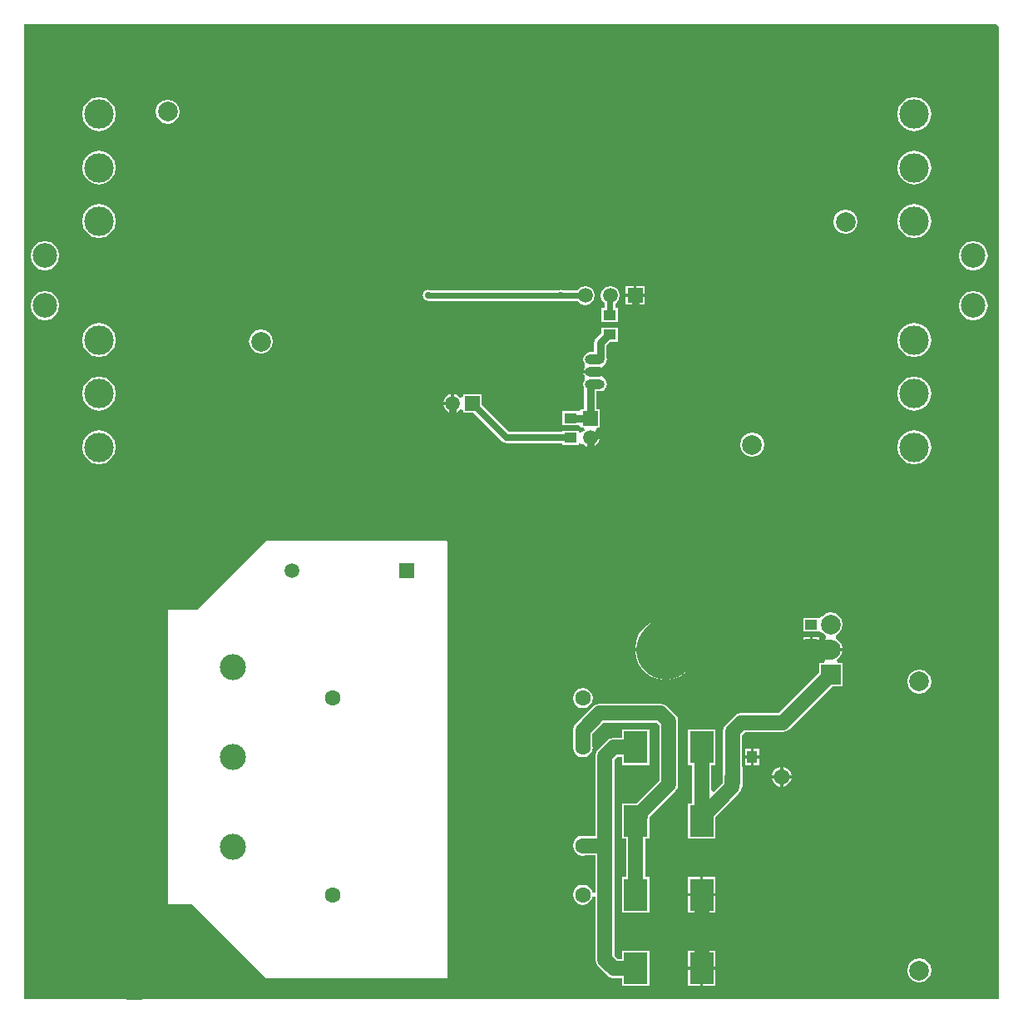
<source format=gbl>
G04*
G04 #@! TF.GenerationSoftware,Altium Limited,Altium Designer,20.0.10 (225)*
G04*
G04 Layer_Physical_Order=2*
G04 Layer_Color=11367680*
%FSLAX44Y44*%
%MOMM*%
G71*
G01*
G75*
%ADD26C,5.7500*%
%ADD32R,1.2500X1.0000*%
%ADD33R,1.0000X1.2500*%
%ADD35C,6.0000*%
%ADD36C,0.8000*%
%ADD38C,0.6000*%
%ADD41C,1.5000*%
%ADD42C,1.6000*%
%ADD43C,1.5000*%
%ADD44R,1.5000X1.5000*%
%ADD45R,1.5000X1.5000*%
%ADD46O,2.0000X1.0000*%
%ADD47O,2.0000X1.0000*%
%ADD48C,2.0000*%
%ADD49R,1.6000X1.6000*%
%ADD50C,5.6000*%
%ADD51C,2.6500*%
%ADD52C,2.5000*%
%ADD53C,3.0000*%
%ADD54R,2.0000X2.0000*%
%ADD55C,0.7000*%
%ADD56R,2.4500X3.2000*%
%ADD57C,2.0000*%
%ADD58C,0.7000*%
G36*
X995941Y993331D02*
Y4059D01*
X4059D01*
Y995941D01*
X992941Y995941D01*
X995941Y993331D01*
D02*
G37*
%LPC*%
G36*
X246500Y978937D02*
Y968500D01*
X256937D01*
X256304Y971682D01*
X253652Y975651D01*
X249682Y978304D01*
X246500Y978937D01*
D02*
G37*
G36*
X243500D02*
X240318Y978304D01*
X236348Y975651D01*
X233696Y971682D01*
X233063Y968500D01*
X243500D01*
Y978937D01*
D02*
G37*
G36*
Y965500D02*
X233063D01*
X233696Y962318D01*
X236348Y958348D01*
X240318Y955696D01*
X243500Y955063D01*
Y965500D01*
D02*
G37*
G36*
X256937D02*
X246500D01*
Y955063D01*
X249682Y955696D01*
X253652Y958348D01*
X256304Y962318D01*
X256937Y965500D01*
D02*
G37*
G36*
X150000Y919235D02*
X145318Y918304D01*
X141348Y915651D01*
X138696Y911682D01*
X137765Y907000D01*
X138696Y902318D01*
X141348Y898348D01*
X145318Y895696D01*
X150000Y894765D01*
X154682Y895696D01*
X158652Y898348D01*
X161304Y902318D01*
X162235Y907000D01*
X161304Y911682D01*
X158652Y915651D01*
X154682Y918304D01*
X150000Y919235D01*
D02*
G37*
G36*
X910000Y921833D02*
X903367Y920514D01*
X897744Y916756D01*
X893987Y911133D01*
X892667Y904500D01*
X893987Y897867D01*
X897744Y892244D01*
X903367Y888486D01*
X910000Y887167D01*
X916633Y888486D01*
X922256Y892244D01*
X926014Y897867D01*
X927333Y904500D01*
X926014Y911133D01*
X922256Y916756D01*
X916633Y920514D01*
X910000Y921833D01*
D02*
G37*
G36*
X80000Y921833D02*
X73367Y920514D01*
X67744Y916756D01*
X63986Y911133D01*
X62667Y904500D01*
X63986Y897867D01*
X67744Y892244D01*
X73367Y888486D01*
X80000Y887167D01*
X86633Y888486D01*
X92256Y892244D01*
X96014Y897867D01*
X97333Y904500D01*
X96014Y911133D01*
X92256Y916756D01*
X86633Y920514D01*
X80000Y921833D01*
D02*
G37*
G36*
X746500Y873937D02*
Y863500D01*
X756937D01*
X756304Y866682D01*
X753652Y870652D01*
X749682Y873304D01*
X746500Y873937D01*
D02*
G37*
G36*
X743500Y873937D02*
X740318Y873304D01*
X736348Y870652D01*
X733696Y866682D01*
X733063Y863500D01*
X743500D01*
Y873937D01*
D02*
G37*
G36*
Y860500D02*
X733063D01*
X733696Y857318D01*
X736348Y853349D01*
X740318Y850696D01*
X743500Y850063D01*
Y860500D01*
D02*
G37*
G36*
X756937D02*
X746500D01*
Y850063D01*
X749682Y850696D01*
X753652Y853349D01*
X756304Y857318D01*
X756937Y860500D01*
D02*
G37*
G36*
X910000Y867333D02*
X903367Y866014D01*
X897744Y862256D01*
X893987Y856633D01*
X892667Y850000D01*
X893987Y843367D01*
X897744Y837744D01*
X903367Y833986D01*
X910000Y832667D01*
X916633Y833986D01*
X922256Y837744D01*
X926014Y843367D01*
X927333Y850000D01*
X926014Y856633D01*
X922256Y862256D01*
X916633Y866014D01*
X910000Y867333D01*
D02*
G37*
G36*
X80000Y867333D02*
X73367Y866014D01*
X67744Y862256D01*
X63986Y856633D01*
X62667Y850000D01*
X63986Y843367D01*
X67744Y837744D01*
X73367Y833986D01*
X80000Y832667D01*
X86633Y833986D01*
X92256Y837744D01*
X96014Y843367D01*
X97333Y850000D01*
X96014Y856633D01*
X92256Y862256D01*
X86633Y866014D01*
X80000Y867333D01*
D02*
G37*
G36*
X840000Y807235D02*
X835318Y806304D01*
X831348Y803652D01*
X828696Y799682D01*
X827765Y795000D01*
X828696Y790318D01*
X831348Y786349D01*
X835318Y783696D01*
X840000Y782765D01*
X844682Y783696D01*
X848652Y786349D01*
X851304Y790318D01*
X852235Y795000D01*
X851304Y799682D01*
X848652Y803652D01*
X844682Y806304D01*
X840000Y807235D01*
D02*
G37*
G36*
X910000Y812833D02*
X903367Y811514D01*
X897744Y807756D01*
X893987Y802133D01*
X892667Y795500D01*
X893987Y788867D01*
X897744Y783244D01*
X903367Y779486D01*
X910000Y778167D01*
X916633Y779486D01*
X922256Y783244D01*
X926014Y788867D01*
X927333Y795500D01*
X926014Y802133D01*
X922256Y807756D01*
X916633Y811514D01*
X910000Y812833D01*
D02*
G37*
G36*
X80000Y812833D02*
X73367Y811514D01*
X67744Y807756D01*
X63986Y802133D01*
X62667Y795500D01*
X63986Y788867D01*
X67744Y783244D01*
X73367Y779486D01*
X80000Y778167D01*
X86633Y779486D01*
X92256Y783244D01*
X96014Y788867D01*
X97333Y795500D01*
X96014Y802133D01*
X92256Y807756D01*
X86633Y811514D01*
X80000Y812833D01*
D02*
G37*
G36*
X970000Y775184D02*
X964342Y774059D01*
X959546Y770854D01*
X956341Y766058D01*
X955216Y760400D01*
X956341Y754742D01*
X959546Y749946D01*
X964342Y746741D01*
X970000Y745616D01*
X975658Y746741D01*
X980454Y749946D01*
X983659Y754742D01*
X984784Y760400D01*
X983659Y766058D01*
X980454Y770854D01*
X975658Y774059D01*
X970000Y775184D01*
D02*
G37*
G36*
X25000D02*
X19342Y774059D01*
X14546Y770854D01*
X11341Y766058D01*
X10216Y760400D01*
X11341Y754742D01*
X14546Y749946D01*
X19342Y746741D01*
X25000Y745616D01*
X30658Y746741D01*
X35454Y749946D01*
X38659Y754742D01*
X39784Y760400D01*
X38659Y766058D01*
X35454Y770854D01*
X30658Y774059D01*
X25000Y775184D01*
D02*
G37*
G36*
X575000Y729686D02*
X571293Y728949D01*
X568151Y726849D01*
X567190Y725411D01*
X551305D01*
X550001Y725951D01*
X548698Y725411D01*
X416310D01*
X415000Y725953D01*
X410790Y724210D01*
X409047Y720000D01*
X410790Y715790D01*
X415000Y714047D01*
X416303Y714587D01*
X548692D01*
X550001Y714044D01*
X551311Y714587D01*
X567192D01*
X568151Y713151D01*
X571293Y711051D01*
X575000Y710314D01*
X578707Y711051D01*
X581849Y713151D01*
X583949Y716293D01*
X584686Y720000D01*
X583949Y723707D01*
X581849Y726849D01*
X578707Y728949D01*
X575000Y729686D01*
D02*
G37*
G36*
X635300Y729500D02*
X627300D01*
Y721500D01*
X635300D01*
Y729500D01*
D02*
G37*
G36*
X624300D02*
X616300D01*
Y721500D01*
X624300D01*
Y729500D01*
D02*
G37*
G36*
X635300Y718500D02*
X627300D01*
Y710500D01*
X635300D01*
Y718500D01*
D02*
G37*
G36*
X624300D02*
X616300D01*
Y710500D01*
X624300D01*
Y718500D01*
D02*
G37*
G36*
X970000Y724384D02*
X964342Y723259D01*
X959546Y720054D01*
X956341Y715258D01*
X955216Y709600D01*
X956341Y703942D01*
X959546Y699146D01*
X964342Y695941D01*
X970000Y694816D01*
X975658Y695941D01*
X980454Y699146D01*
X983659Y703942D01*
X984784Y709600D01*
X983659Y715258D01*
X980454Y720054D01*
X975658Y723259D01*
X970000Y724384D01*
D02*
G37*
G36*
X25000D02*
X19342Y723259D01*
X14546Y720054D01*
X11341Y715258D01*
X10216Y709600D01*
X11341Y703942D01*
X14546Y699146D01*
X19342Y695941D01*
X25000Y694816D01*
X30658Y695941D01*
X35454Y699146D01*
X38659Y703942D01*
X39784Y709600D01*
X38659Y715258D01*
X35454Y720054D01*
X30658Y723259D01*
X25000Y724384D01*
D02*
G37*
G36*
X600400Y729686D02*
X596693Y728949D01*
X593551Y726849D01*
X591451Y723707D01*
X590714Y720000D01*
X591451Y716293D01*
X593551Y713151D01*
X594788Y712324D01*
Y707000D01*
X591750D01*
Y693000D01*
X608250D01*
Y707000D01*
X605612D01*
Y712057D01*
X607249Y713151D01*
X609349Y716293D01*
X610086Y720000D01*
X609349Y723707D01*
X607249Y726849D01*
X604107Y728949D01*
X600400Y729686D01*
D02*
G37*
G36*
X245000Y685235D02*
X240318Y684304D01*
X236348Y681651D01*
X233696Y677682D01*
X232765Y673000D01*
X233696Y668318D01*
X236348Y664348D01*
X240318Y661696D01*
X245000Y660765D01*
X249682Y661696D01*
X253652Y664348D01*
X256304Y668318D01*
X257235Y673000D01*
X256304Y677682D01*
X253652Y681651D01*
X249682Y684304D01*
X245000Y685235D01*
D02*
G37*
G36*
X910000Y691833D02*
X903367Y690514D01*
X897744Y686756D01*
X893987Y681133D01*
X892667Y674500D01*
X893987Y667867D01*
X897744Y662244D01*
X903367Y658486D01*
X910000Y657167D01*
X916633Y658486D01*
X922256Y662244D01*
X926014Y667867D01*
X927333Y674500D01*
X926014Y681133D01*
X922256Y686756D01*
X916633Y690514D01*
X910000Y691833D01*
D02*
G37*
G36*
X80000Y691833D02*
X73367Y690514D01*
X67744Y686756D01*
X63986Y681133D01*
X62667Y674500D01*
X63986Y667867D01*
X67744Y662244D01*
X73367Y658486D01*
X80000Y657167D01*
X86633Y658486D01*
X92256Y662244D01*
X96014Y667867D01*
X97333Y674500D01*
X96014Y681133D01*
X92256Y686756D01*
X86633Y690514D01*
X80000Y691833D01*
D02*
G37*
G36*
X608250Y687000D02*
X591750D01*
Y682184D01*
X585790Y676225D01*
X583888Y671633D01*
Y662137D01*
X580000D01*
X577269Y661594D01*
X574953Y660047D01*
X573406Y657731D01*
X572863Y655000D01*
X573406Y652269D01*
X574491Y650646D01*
X574771Y648650D01*
X574491Y646654D01*
X573406Y645031D01*
X573161Y643800D01*
X596839D01*
X596594Y645031D01*
X595509Y646654D01*
X595229Y648650D01*
X595509Y650646D01*
X596594Y652269D01*
X597137Y655000D01*
X596877Y656308D01*
Y668943D01*
X600934Y673000D01*
X608250D01*
Y687000D01*
D02*
G37*
G36*
X151500Y624937D02*
Y614500D01*
X161937D01*
X161304Y617682D01*
X158652Y621651D01*
X154682Y624304D01*
X151500Y624937D01*
D02*
G37*
G36*
X148500Y624937D02*
X145318Y624304D01*
X141348Y621651D01*
X138696Y617682D01*
X138063Y614500D01*
X148500D01*
Y624937D01*
D02*
G37*
G36*
X438500Y619388D02*
X436293Y618949D01*
X433151Y616849D01*
X431051Y613707D01*
X430612Y611500D01*
X438500D01*
Y619388D01*
D02*
G37*
G36*
X910000Y637333D02*
X903367Y636014D01*
X897744Y632256D01*
X893987Y626633D01*
X892667Y620000D01*
X893987Y613367D01*
X897744Y607744D01*
X903367Y603986D01*
X910000Y602667D01*
X916633Y603986D01*
X922256Y607744D01*
X926014Y613367D01*
X927333Y620000D01*
X926014Y626633D01*
X922256Y632256D01*
X916633Y636014D01*
X910000Y637333D01*
D02*
G37*
G36*
X80000Y637333D02*
X73367Y636014D01*
X67744Y632256D01*
X63986Y626633D01*
X62667Y620000D01*
X63986Y613367D01*
X67744Y607744D01*
X73367Y603986D01*
X80000Y602667D01*
X86633Y603986D01*
X92256Y607744D01*
X96014Y613367D01*
X97333Y620000D01*
X96014Y626633D01*
X92256Y632256D01*
X86633Y636014D01*
X80000Y637333D01*
D02*
G37*
G36*
X161937Y611500D02*
X151500D01*
Y601063D01*
X154682Y601696D01*
X158652Y604348D01*
X161304Y608318D01*
X161937Y611500D01*
D02*
G37*
G36*
X148500D02*
X138063D01*
X138696Y608318D01*
X141348Y604348D01*
X145318Y601696D01*
X148500Y601063D01*
Y611500D01*
D02*
G37*
G36*
X438500Y608500D02*
X430612D01*
X431051Y606293D01*
X433151Y603151D01*
X436293Y601051D01*
X438500Y600612D01*
Y608500D01*
D02*
G37*
G36*
X596839Y640800D02*
X573161D01*
X573406Y639569D01*
X574491Y637946D01*
X574771Y635950D01*
X574491Y633954D01*
X573406Y632331D01*
X572863Y629600D01*
X573406Y626869D01*
X573506Y626720D01*
Y604500D01*
X570500D01*
Y603811D01*
X568250Y602000D01*
X551750D01*
Y588000D01*
X568250D01*
X570500Y586189D01*
Y585500D01*
X573215D01*
X574125Y582500D01*
X573151Y581849D01*
X572840Y581384D01*
X568767Y580687D01*
X568250Y581073D01*
Y582000D01*
X551750D01*
Y580953D01*
X497466D01*
X469500Y608919D01*
Y619500D01*
X450500D01*
Y616785D01*
X447500Y615875D01*
X446849Y616849D01*
X443707Y618949D01*
X441500Y619388D01*
Y610000D01*
Y600612D01*
X443707Y601051D01*
X446849Y603151D01*
X447500Y604125D01*
X450500Y603215D01*
Y600500D01*
X461081D01*
X490790Y570790D01*
X495000Y569047D01*
X551750D01*
Y568000D01*
X568250D01*
Y568927D01*
X568767Y569313D01*
X572840Y568616D01*
X573151Y568151D01*
X576293Y566051D01*
X578500Y565612D01*
Y575000D01*
X580000D01*
Y576500D01*
X589388D01*
X588949Y578707D01*
X586849Y581849D01*
X585875Y582500D01*
X586785Y585500D01*
X589500D01*
Y604500D01*
X586494D01*
Y622463D01*
X590000D01*
X592731Y623006D01*
X595047Y624553D01*
X596594Y626869D01*
X597137Y629600D01*
X596594Y632331D01*
X595509Y633954D01*
X595229Y635950D01*
X595509Y637946D01*
X596594Y639569D01*
X596839Y640800D01*
D02*
G37*
G36*
X589388Y573500D02*
X581500D01*
Y565612D01*
X583707Y566051D01*
X586849Y568151D01*
X588949Y571293D01*
X589388Y573500D01*
D02*
G37*
G36*
X745000Y580235D02*
X740318Y579304D01*
X736348Y576652D01*
X733696Y572682D01*
X732765Y568000D01*
X733696Y563318D01*
X736348Y559348D01*
X740318Y556696D01*
X745000Y555765D01*
X749682Y556696D01*
X753652Y559348D01*
X756304Y563318D01*
X757235Y568000D01*
X756304Y572682D01*
X753652Y576652D01*
X749682Y579304D01*
X745000Y580235D01*
D02*
G37*
G36*
X910000Y582833D02*
X903367Y581514D01*
X897744Y577756D01*
X893987Y572133D01*
X892667Y565500D01*
X893987Y558867D01*
X897744Y553244D01*
X903367Y549486D01*
X910000Y548167D01*
X916633Y549486D01*
X922256Y553244D01*
X926014Y558867D01*
X927333Y565500D01*
X926014Y572133D01*
X922256Y577756D01*
X916633Y581514D01*
X910000Y582833D01*
D02*
G37*
G36*
X80000Y582833D02*
X73367Y581514D01*
X67744Y577756D01*
X63986Y572133D01*
X62667Y565500D01*
X63986Y558867D01*
X67744Y553244D01*
X73367Y549486D01*
X80000Y548167D01*
X86633Y549486D01*
X92256Y553244D01*
X96014Y558867D01*
X97333Y565500D01*
X96014Y572133D01*
X92256Y577756D01*
X86633Y581514D01*
X80000Y582833D01*
D02*
G37*
G36*
X841500Y512937D02*
Y502500D01*
X851937D01*
X851304Y505682D01*
X848652Y509652D01*
X844682Y512304D01*
X841500Y512937D01*
D02*
G37*
G36*
X838500Y512937D02*
X835318Y512304D01*
X831348Y509652D01*
X828696Y505682D01*
X828063Y502500D01*
X838500D01*
Y512937D01*
D02*
G37*
G36*
X971500Y515486D02*
Y502500D01*
X984485D01*
X983659Y506658D01*
X980454Y511454D01*
X975657Y514659D01*
X971500Y515486D01*
D02*
G37*
G36*
X968500D02*
X964342Y514659D01*
X959546Y511454D01*
X956341Y506658D01*
X955514Y502500D01*
X968500D01*
Y515486D01*
D02*
G37*
G36*
X838500Y499500D02*
X828063D01*
X828696Y496318D01*
X831348Y492349D01*
X835318Y489696D01*
X838500Y489063D01*
Y499500D01*
D02*
G37*
G36*
X851937D02*
X841500D01*
Y489063D01*
X844682Y489696D01*
X848652Y492349D01*
X851304Y496318D01*
X851937Y499500D01*
D02*
G37*
G36*
X984485Y499500D02*
X971500D01*
Y486514D01*
X975657Y487341D01*
X980454Y490546D01*
X983659Y495342D01*
X984485Y499500D01*
D02*
G37*
G36*
X968500D02*
X955514D01*
X956341Y495342D01*
X959546Y490546D01*
X964342Y487341D01*
X968500Y486514D01*
Y499500D01*
D02*
G37*
G36*
X971500Y464686D02*
Y451700D01*
X984485D01*
X983659Y455858D01*
X980454Y460654D01*
X975657Y463859D01*
X971500Y464686D01*
D02*
G37*
G36*
X968500D02*
X964342Y463859D01*
X959546Y460654D01*
X956341Y455858D01*
X955514Y451700D01*
X968500D01*
Y464686D01*
D02*
G37*
G36*
X984485Y448700D02*
X971500D01*
Y435714D01*
X975657Y436541D01*
X980454Y439746D01*
X983659Y444542D01*
X984485Y448700D01*
D02*
G37*
G36*
X968500D02*
X955514D01*
X956341Y444542D01*
X959546Y439746D01*
X964342Y436541D01*
X968500Y435714D01*
Y448700D01*
D02*
G37*
G36*
X121500Y455061D02*
Y426500D01*
X150061D01*
X149228Y432832D01*
X146205Y440129D01*
X141396Y446396D01*
X135129Y451205D01*
X127832Y454228D01*
X121500Y455061D01*
D02*
G37*
G36*
X118500D02*
X112168Y454228D01*
X104871Y451205D01*
X98604Y446396D01*
X93795Y440129D01*
X90772Y432832D01*
X89939Y426500D01*
X118500D01*
Y455061D01*
D02*
G37*
G36*
X433854Y470000D02*
X250000D01*
X180000Y400000D01*
X141366D01*
X140402Y402841D01*
X141396Y403604D01*
X146205Y409871D01*
X149228Y417168D01*
X150061Y423500D01*
X120000D01*
X89939D01*
X90772Y417168D01*
X93795Y409871D01*
X98604Y403604D01*
X99598Y402841D01*
X98634Y400000D01*
X50000D01*
Y100000D01*
X98634D01*
X99598Y97159D01*
X98604Y96396D01*
X93795Y90129D01*
X90772Y82832D01*
X89939Y76500D01*
X120000D01*
X150061D01*
X149228Y82832D01*
X146205Y90129D01*
X141396Y96396D01*
X140402Y97159D01*
X141366Y100000D01*
X175000D01*
X250000Y25000D01*
X435000D01*
Y468854D01*
X433854Y470000D01*
D02*
G37*
G36*
X825000Y397235D02*
X820318Y396304D01*
X816348Y393652D01*
X815865Y392929D01*
X813250Y392000D01*
Y392000D01*
X796750D01*
Y378000D01*
X813250D01*
Y378000D01*
X815865Y377071D01*
X816348Y376348D01*
X820011Y373901D01*
X820175Y372300D01*
X820011Y370699D01*
X816348Y368251D01*
X816250Y368104D01*
X813250Y369014D01*
Y372000D01*
X806500D01*
Y365000D01*
Y358000D01*
X813083D01*
X813696Y354918D01*
X816348Y350948D01*
X818965Y349200D01*
X818055Y346200D01*
X813000D01*
Y335898D01*
X771788Y294686D01*
X733787D01*
X733787Y294686D01*
X730080Y293949D01*
X726938Y291849D01*
X726938Y291849D01*
X718151Y283062D01*
X716051Y279920D01*
X715314Y276213D01*
X715314Y276213D01*
Y250000D01*
Y240000D01*
X715000D01*
Y230436D01*
X714814Y229500D01*
X714814Y229500D01*
Y223762D01*
X705958Y214906D01*
X703186Y216054D01*
Y242000D01*
X707750D01*
Y278000D01*
X679250D01*
Y242000D01*
X683814D01*
Y203000D01*
X679250D01*
Y167000D01*
X707750D01*
Y189302D01*
X731349Y212901D01*
X731349Y212901D01*
X733449Y216043D01*
X734186Y219750D01*
X735000Y220000D01*
Y240000D01*
X734686D01*
Y250000D01*
Y272201D01*
X737799Y275314D01*
X775800D01*
X775800Y275314D01*
X779507Y276051D01*
X782649Y278151D01*
X826698Y322200D01*
X837000D01*
Y346200D01*
X831945D01*
X831035Y349200D01*
X833652Y350948D01*
X836304Y354918D01*
X836937Y358100D01*
X825000D01*
Y361100D01*
X836937D01*
X836304Y364282D01*
X833652Y368251D01*
X829989Y370699D01*
X829825Y372300D01*
X829989Y373901D01*
X833652Y376348D01*
X836304Y380318D01*
X837235Y385000D01*
X836304Y389682D01*
X833652Y393652D01*
X829682Y396304D01*
X825000Y397235D01*
D02*
G37*
G36*
X803500Y372000D02*
X796750D01*
Y366500D01*
X803500D01*
Y372000D01*
D02*
G37*
G36*
X658220Y390418D02*
Y361100D01*
X687538D01*
X686678Y367627D01*
X683580Y375108D01*
X678651Y381531D01*
X672228Y386460D01*
X664747Y389558D01*
X658220Y390418D01*
D02*
G37*
G36*
X655220Y390418D02*
X648693Y389558D01*
X641212Y386460D01*
X634789Y381531D01*
X629860Y375108D01*
X626762Y367627D01*
X625902Y361100D01*
X655220D01*
Y390418D01*
D02*
G37*
G36*
X803500Y363500D02*
X796750D01*
Y358000D01*
X803500D01*
Y363500D01*
D02*
G37*
G36*
X655220Y358100D02*
X625902D01*
X626762Y351573D01*
X629860Y344092D01*
X634789Y337669D01*
X641212Y332740D01*
X648693Y329641D01*
X655220Y328782D01*
Y358100D01*
D02*
G37*
G36*
X687538D02*
X658220D01*
Y328782D01*
X664747Y329641D01*
X672228Y332740D01*
X678651Y337669D01*
X683580Y344092D01*
X686678Y351573D01*
X687538Y358100D01*
D02*
G37*
G36*
X915000Y339235D02*
X910318Y338304D01*
X906348Y335652D01*
X903696Y331682D01*
X902765Y327000D01*
X903696Y322318D01*
X906348Y318349D01*
X910318Y315696D01*
X915000Y314765D01*
X919682Y315696D01*
X923652Y318349D01*
X926304Y322318D01*
X927235Y327000D01*
X926304Y331682D01*
X923652Y335652D01*
X919682Y338304D01*
X915000Y339235D01*
D02*
G37*
G36*
X651213Y304686D02*
X651213Y304686D01*
X590000D01*
X590000Y304686D01*
X586293Y303949D01*
X583151Y301849D01*
X583151Y301849D01*
X565842Y284541D01*
X563743Y281398D01*
X563005Y277691D01*
X563005Y277691D01*
Y263525D01*
X562304Y260000D01*
X563080Y256098D01*
X565290Y252791D01*
X568598Y250580D01*
X572500Y249804D01*
X576402Y250580D01*
X579710Y252791D01*
X581920Y256098D01*
X582696Y260000D01*
X582378Y261601D01*
Y273679D01*
X594012Y285314D01*
X647201D01*
X650314Y282201D01*
Y226262D01*
X627052Y203000D01*
X612250D01*
Y167000D01*
X616814D01*
Y128000D01*
X612250D01*
Y92000D01*
X640750D01*
Y128000D01*
X636186D01*
Y167000D01*
X640750D01*
Y189302D01*
X666849Y215401D01*
X666849Y215401D01*
X668949Y218543D01*
X669686Y222250D01*
Y286213D01*
X669686Y286213D01*
X668949Y289920D01*
X666849Y293062D01*
X666849Y293062D01*
X658062Y301849D01*
X654920Y303949D01*
X651213Y304686D01*
D02*
G37*
G36*
X572500Y320196D02*
X568598Y319420D01*
X565290Y317210D01*
X563080Y313902D01*
X562304Y310000D01*
X563080Y306098D01*
X565290Y302791D01*
X568598Y300580D01*
X572500Y299804D01*
X576402Y300580D01*
X579710Y302791D01*
X581920Y306098D01*
X582696Y310000D01*
X581920Y313902D01*
X579710Y317210D01*
X576402Y319420D01*
X572500Y320196D01*
D02*
G37*
G36*
X640750Y278000D02*
X612250D01*
Y269686D01*
X603787D01*
X603787Y269686D01*
X600080Y268949D01*
X596938Y266849D01*
X596938Y266849D01*
X588151Y258062D01*
X586051Y254920D01*
X585314Y251213D01*
X585314Y251213D01*
Y169686D01*
X575063D01*
X572500Y170196D01*
X568598Y169420D01*
X565290Y167210D01*
X563080Y163902D01*
X562304Y160000D01*
X563080Y156098D01*
X565290Y152790D01*
X568598Y150580D01*
X572500Y149804D01*
X575063Y150314D01*
X585314D01*
Y112216D01*
X582314Y111921D01*
X581920Y113902D01*
X579710Y117210D01*
X576402Y119420D01*
X572500Y120196D01*
X568598Y119420D01*
X565290Y117210D01*
X563080Y113902D01*
X562304Y110000D01*
X563080Y106098D01*
X565290Y102790D01*
X568598Y100580D01*
X572500Y99804D01*
X576402Y100580D01*
X579710Y102790D01*
X581920Y106098D01*
X582314Y108079D01*
X585314Y107784D01*
Y43787D01*
X585314Y43787D01*
X586051Y40080D01*
X588151Y36938D01*
X596938Y28151D01*
X596938Y28151D01*
X600080Y26051D01*
X603787Y25314D01*
X603787Y25314D01*
X612250D01*
Y17000D01*
X640750D01*
Y53000D01*
X612250D01*
Y44686D01*
X607799D01*
X604686Y47799D01*
Y160000D01*
Y247201D01*
X607799Y250314D01*
X612250D01*
Y242000D01*
X640750D01*
Y278000D01*
D02*
G37*
G36*
X752000Y258250D02*
X746500D01*
Y251500D01*
X752000D01*
Y258250D01*
D02*
G37*
G36*
X743500D02*
X738000D01*
Y251500D01*
X743500D01*
Y258250D01*
D02*
G37*
G36*
X752000Y248500D02*
X746500D01*
Y241750D01*
X752000D01*
Y248500D01*
D02*
G37*
G36*
X743500D02*
X738000D01*
Y241750D01*
X743500D01*
Y248500D01*
D02*
G37*
G36*
X776500Y239897D02*
Y231500D01*
X784898D01*
X784420Y233902D01*
X782210Y237210D01*
X778902Y239420D01*
X776500Y239897D01*
D02*
G37*
G36*
X773500D02*
X771098Y239420D01*
X767790Y237210D01*
X765580Y233902D01*
X765102Y231500D01*
X773500D01*
Y239897D01*
D02*
G37*
G36*
X784898Y228500D02*
X776500D01*
Y220103D01*
X778902Y220580D01*
X782210Y222790D01*
X784420Y226098D01*
X784898Y228500D01*
D02*
G37*
G36*
X773500D02*
X765102D01*
X765580Y226098D01*
X767790Y222790D01*
X771098Y220580D01*
X773500Y220103D01*
Y228500D01*
D02*
G37*
G36*
X707750Y128000D02*
X695000D01*
Y111500D01*
X707750D01*
Y128000D01*
D02*
G37*
G36*
X692000D02*
X679250D01*
Y111500D01*
X692000D01*
Y128000D01*
D02*
G37*
G36*
X707750Y108500D02*
X695000D01*
Y92000D01*
X707750D01*
Y108500D01*
D02*
G37*
G36*
X692000D02*
X679250D01*
Y92000D01*
X692000D01*
Y108500D01*
D02*
G37*
G36*
X118500Y73500D02*
X89939D01*
X90772Y67168D01*
X93795Y59871D01*
X98604Y53604D01*
X104871Y48795D01*
X112168Y45772D01*
X118500Y44939D01*
Y73500D01*
D02*
G37*
G36*
X150061D02*
X121500D01*
Y44939D01*
X127832Y45772D01*
X135129Y48795D01*
X141396Y53604D01*
X146205Y59871D01*
X149228Y67168D01*
X150061Y73500D01*
D02*
G37*
G36*
X707750Y53000D02*
X695000D01*
Y36500D01*
X707750D01*
Y53000D01*
D02*
G37*
G36*
X692000D02*
X679250D01*
Y36500D01*
X692000D01*
Y53000D01*
D02*
G37*
G36*
X915000Y45235D02*
X910318Y44304D01*
X906348Y41652D01*
X903696Y37682D01*
X902765Y33000D01*
X903696Y28318D01*
X906348Y24348D01*
X910318Y21696D01*
X915000Y20765D01*
X919682Y21696D01*
X923652Y24348D01*
X926304Y28318D01*
X927235Y33000D01*
X926304Y37682D01*
X923652Y41652D01*
X919682Y44304D01*
X915000Y45235D01*
D02*
G37*
G36*
X707750Y33500D02*
X695000D01*
Y17000D01*
X707750D01*
Y33500D01*
D02*
G37*
G36*
X692000D02*
X679250D01*
Y17000D01*
X692000D01*
Y33500D01*
D02*
G37*
%LPD*%
D26*
X656720Y359600D02*
D03*
D32*
X600000Y680000D02*
D03*
Y700000D02*
D03*
X560000Y595000D02*
D03*
Y575000D02*
D03*
X805000Y385000D02*
D03*
Y365000D02*
D03*
D33*
X725000Y250000D02*
D03*
X745000D02*
D03*
D35*
X70000Y75000D02*
Y450000D01*
X111750Y33250D02*
X120000D01*
X70000Y75000D02*
X111750Y33250D01*
X120000Y75000D02*
Y425000D01*
X150000Y613000D02*
X262000Y501000D01*
X120000Y425000D02*
Y485000D01*
Y33250D02*
Y75000D01*
X440000Y501000D02*
X580000D01*
X262000D02*
X440000D01*
X580000D02*
X840000D01*
X798120Y501000D02*
X965000D01*
X197500Y914500D02*
Y919500D01*
Y660500D02*
Y914500D01*
X245000Y962000D01*
X150000Y613000D02*
X197500Y660500D01*
X745000Y729000D02*
Y862000D01*
Y729000D02*
X840000Y634000D01*
Y501000D02*
Y634000D01*
X965000Y450200D02*
Y501000D01*
X656720Y359600D02*
X798120Y501000D01*
D36*
X625800Y675244D02*
Y720000D01*
X593239Y642683D02*
X625800Y675244D01*
X585383Y642683D02*
X593239D01*
X585000Y642300D02*
X585383Y642683D01*
X601000Y592515D02*
Y634156D01*
X584825Y576339D02*
X601000Y592515D01*
X580000Y575000D02*
X581339Y576339D01*
X593239Y641917D02*
X601000Y634156D01*
X585383Y641917D02*
X593239D01*
X585000Y642300D02*
X585383Y641917D01*
X581339Y576339D02*
X584825D01*
X440000Y501000D02*
Y610000D01*
X580000Y501000D02*
Y575000D01*
Y595000D02*
Y628676D01*
X580924Y629600D01*
X585000D01*
X560000Y595000D02*
X580000D01*
X585000Y655000D02*
X589459D01*
X590383Y655924D01*
Y671633D01*
X598750Y680000D01*
X600000D01*
X693500Y110000D02*
Y113750D01*
X701750Y122000D01*
D38*
X600000Y700000D02*
X600200Y700200D01*
Y719800D01*
X600400Y720000D01*
X574999Y719999D02*
X575000Y720000D01*
X550003Y719999D02*
X574999D01*
X550001Y719997D02*
X550003Y719999D01*
X550000D02*
X550001Y719997D01*
X415001Y719999D02*
X550000D01*
X415000Y720000D02*
X415001Y719999D01*
D41*
X590000Y295000D02*
X651213D01*
X693500Y188750D02*
Y260000D01*
Y185000D02*
Y188750D01*
X724500Y219750D01*
Y229500D01*
X725000Y230000D01*
Y250000D02*
Y276213D01*
Y230000D02*
Y250000D01*
X733787Y285000D02*
X775800D01*
X725000Y276213D02*
X733787Y285000D01*
X775800D02*
X825000Y334200D01*
X626500Y188750D02*
X660000Y222250D01*
Y286213D01*
X651213Y295000D02*
X660000Y286213D01*
X626500Y185000D02*
X630978Y189478D01*
X572500Y260000D02*
X572691Y260191D01*
Y277691D01*
X590000Y295000D01*
X626500Y185000D02*
Y188750D01*
X595000Y160000D02*
Y251213D01*
Y43787D02*
Y160000D01*
X572500Y160000D02*
X572500Y160000D01*
X595000D01*
Y43787D02*
X603787Y35000D01*
X693500Y35000D02*
Y110000D01*
X603787Y260000D02*
X626500D01*
X595000Y251213D02*
X603787Y260000D01*
Y35000D02*
X626500D01*
X626500Y110000D02*
Y185000D01*
D42*
X317500Y110000D02*
D03*
Y310000D02*
D03*
X572500Y110000D02*
D03*
Y310000D02*
D03*
Y160000D02*
D03*
Y260000D02*
D03*
X775000Y230000D02*
D03*
D43*
X575000Y720000D02*
D03*
X600400D02*
D03*
X440000Y610000D02*
D03*
X580000Y575000D02*
D03*
X276750Y440000D02*
D03*
D44*
X625800Y720000D02*
D03*
X460000Y610000D02*
D03*
X393250Y440000D02*
D03*
D45*
X580000Y595000D02*
D03*
D46*
X585000Y655000D02*
D03*
D47*
Y642300D02*
D03*
Y629600D02*
D03*
D48*
X745000Y862000D02*
D03*
Y568000D02*
D03*
X840000Y501000D02*
D03*
Y795000D02*
D03*
X915000Y33000D02*
D03*
Y327000D02*
D03*
X245000Y967000D02*
D03*
Y673000D02*
D03*
X150000Y613000D02*
D03*
Y907000D02*
D03*
X825000Y359600D02*
D03*
Y385000D02*
D03*
D49*
X725000Y230000D02*
D03*
D50*
X120000Y425000D02*
D03*
Y75000D02*
D03*
D51*
X216500Y158600D02*
D03*
X216500Y250000D02*
D03*
X216500Y341400D02*
D03*
D52*
X970000Y709600D02*
D03*
Y760400D02*
D03*
X25000Y709600D02*
D03*
Y760400D02*
D03*
X970000Y450200D02*
D03*
Y501000D02*
D03*
D53*
X80000Y795500D02*
D03*
Y850000D02*
D03*
Y904500D02*
D03*
X910000Y674500D02*
D03*
Y620000D02*
D03*
Y565500D02*
D03*
X80000Y565500D02*
D03*
Y620000D02*
D03*
Y674500D02*
D03*
X910000Y904500D02*
D03*
Y850000D02*
D03*
Y795500D02*
D03*
D54*
X825000Y334200D02*
D03*
D55*
X82000Y452000D02*
D03*
X63500Y45000D02*
D03*
X970000Y970000D02*
D03*
X988500Y933000D02*
D03*
X970000Y896000D02*
D03*
X988500Y859000D02*
D03*
Y563000D02*
D03*
X970000Y526000D02*
D03*
X988500Y489000D02*
D03*
Y415000D02*
D03*
X970000Y378000D02*
D03*
X988500Y341000D02*
D03*
X970000Y304000D02*
D03*
X988500Y267000D02*
D03*
X970000Y230000D02*
D03*
X988500Y193000D02*
D03*
X970000Y156000D02*
D03*
X988500Y119000D02*
D03*
X970000Y82000D02*
D03*
X988500Y45000D02*
D03*
X970000Y8000D02*
D03*
X933000Y970000D02*
D03*
X951500Y933000D02*
D03*
X933000Y896000D02*
D03*
Y748000D02*
D03*
Y674000D02*
D03*
X951500Y563000D02*
D03*
X933000Y526000D02*
D03*
X951500Y489000D02*
D03*
X933000Y452000D02*
D03*
X951500Y415000D02*
D03*
X933000Y378000D02*
D03*
X951500Y341000D02*
D03*
X933000Y304000D02*
D03*
X951500Y267000D02*
D03*
X933000Y230000D02*
D03*
X951500Y193000D02*
D03*
X933000Y156000D02*
D03*
X951500Y119000D02*
D03*
X933000Y82000D02*
D03*
X951500Y45000D02*
D03*
X933000Y8000D02*
D03*
X896000Y970000D02*
D03*
X914500Y933000D02*
D03*
X896000Y748000D02*
D03*
Y526000D02*
D03*
X914500Y489000D02*
D03*
X896000Y452000D02*
D03*
X914500Y415000D02*
D03*
X896000Y378000D02*
D03*
X914500Y267000D02*
D03*
X896000Y230000D02*
D03*
X914500Y193000D02*
D03*
X896000Y156000D02*
D03*
X914500Y119000D02*
D03*
X896000Y82000D02*
D03*
Y8000D02*
D03*
X859000Y970000D02*
D03*
X877500Y933000D02*
D03*
Y859000D02*
D03*
X859000Y748000D02*
D03*
X877500Y711000D02*
D03*
X859000Y674000D02*
D03*
X877500Y637000D02*
D03*
X859000Y600000D02*
D03*
Y526000D02*
D03*
X877500Y489000D02*
D03*
X859000Y452000D02*
D03*
X877500Y415000D02*
D03*
X859000Y378000D02*
D03*
X877500Y341000D02*
D03*
X859000Y304000D02*
D03*
Y230000D02*
D03*
X877500Y193000D02*
D03*
X859000Y156000D02*
D03*
X877500Y119000D02*
D03*
X859000Y82000D02*
D03*
Y8000D02*
D03*
X822000Y970000D02*
D03*
X840500Y933000D02*
D03*
X822000Y896000D02*
D03*
Y822000D02*
D03*
Y748000D02*
D03*
X840500Y711000D02*
D03*
X822000Y674000D02*
D03*
X840500Y637000D02*
D03*
X822000Y600000D02*
D03*
Y526000D02*
D03*
Y452000D02*
D03*
X840500Y415000D02*
D03*
X822000Y304000D02*
D03*
Y230000D02*
D03*
X840500Y193000D02*
D03*
X822000Y156000D02*
D03*
X840500Y119000D02*
D03*
X822000Y82000D02*
D03*
Y8000D02*
D03*
X785000Y970000D02*
D03*
X803500Y933000D02*
D03*
X785000Y896000D02*
D03*
X803500Y859000D02*
D03*
Y785000D02*
D03*
Y711000D02*
D03*
X785000Y674000D02*
D03*
X803500Y637000D02*
D03*
X785000Y600000D02*
D03*
Y526000D02*
D03*
X803500Y489000D02*
D03*
X785000Y452000D02*
D03*
X803500Y415000D02*
D03*
Y341000D02*
D03*
Y193000D02*
D03*
X785000Y156000D02*
D03*
X803500Y119000D02*
D03*
X785000Y82000D02*
D03*
Y8000D02*
D03*
X748000Y970000D02*
D03*
X766500Y933000D02*
D03*
X748000Y896000D02*
D03*
X766500Y859000D02*
D03*
X748000Y822000D02*
D03*
X766500Y711000D02*
D03*
X748000Y674000D02*
D03*
X766500Y637000D02*
D03*
X748000Y600000D02*
D03*
Y526000D02*
D03*
X766500Y489000D02*
D03*
X748000Y452000D02*
D03*
X766500Y415000D02*
D03*
Y341000D02*
D03*
X748000Y304000D02*
D03*
Y230000D02*
D03*
X766500Y193000D02*
D03*
X748000Y156000D02*
D03*
X766500Y119000D02*
D03*
Y45000D02*
D03*
X748000Y8000D02*
D03*
X711000Y970000D02*
D03*
X729500Y933000D02*
D03*
X711000Y896000D02*
D03*
X729500Y859000D02*
D03*
X711000Y822000D02*
D03*
X729500Y785000D02*
D03*
X711000Y674000D02*
D03*
X729500Y637000D02*
D03*
X711000Y526000D02*
D03*
X729500Y489000D02*
D03*
X711000Y452000D02*
D03*
X729500Y415000D02*
D03*
Y341000D02*
D03*
X711000Y304000D02*
D03*
Y230000D02*
D03*
X729500Y193000D02*
D03*
X711000Y156000D02*
D03*
Y82000D02*
D03*
X729500Y45000D02*
D03*
X711000Y8000D02*
D03*
X674000Y970000D02*
D03*
X692500Y933000D02*
D03*
X674000Y896000D02*
D03*
X692500Y859000D02*
D03*
X674000Y822000D02*
D03*
X692500Y785000D02*
D03*
Y711000D02*
D03*
Y637000D02*
D03*
X674000Y600000D02*
D03*
X692500Y563000D02*
D03*
X674000Y526000D02*
D03*
X692500Y489000D02*
D03*
X674000Y452000D02*
D03*
X692500Y415000D02*
D03*
Y341000D02*
D03*
X674000Y304000D02*
D03*
Y230000D02*
D03*
Y82000D02*
D03*
Y8000D02*
D03*
X637000Y970000D02*
D03*
X655500Y933000D02*
D03*
X637000Y896000D02*
D03*
X655500Y859000D02*
D03*
X637000Y822000D02*
D03*
X655500Y785000D02*
D03*
Y711000D02*
D03*
Y637000D02*
D03*
X637000Y600000D02*
D03*
X655500Y563000D02*
D03*
X637000Y526000D02*
D03*
X655500Y489000D02*
D03*
X637000Y230000D02*
D03*
X655500Y193000D02*
D03*
Y119000D02*
D03*
X637000Y82000D02*
D03*
X655500Y45000D02*
D03*
X637000Y8000D02*
D03*
X600000Y970000D02*
D03*
X618500Y933000D02*
D03*
X600000Y896000D02*
D03*
X618500Y859000D02*
D03*
X600000Y822000D02*
D03*
X618500Y785000D02*
D03*
Y637000D02*
D03*
X600000Y600000D02*
D03*
X618500Y563000D02*
D03*
X600000Y526000D02*
D03*
X618500Y489000D02*
D03*
X600000Y452000D02*
D03*
X618500Y415000D02*
D03*
X600000Y378000D02*
D03*
X618500Y341000D02*
D03*
X600000Y8000D02*
D03*
X563000Y970000D02*
D03*
X581500Y933000D02*
D03*
X563000Y896000D02*
D03*
X581500Y859000D02*
D03*
X563000Y822000D02*
D03*
X581500Y785000D02*
D03*
X563000Y526000D02*
D03*
X581500Y489000D02*
D03*
X563000Y452000D02*
D03*
X581500Y415000D02*
D03*
X563000Y378000D02*
D03*
X581500Y341000D02*
D03*
X563000Y230000D02*
D03*
X581500Y193000D02*
D03*
X563000Y82000D02*
D03*
X581500Y45000D02*
D03*
X563000Y8000D02*
D03*
X526000Y970000D02*
D03*
X544500Y933000D02*
D03*
X526000Y896000D02*
D03*
X544500Y859000D02*
D03*
X526000Y822000D02*
D03*
X544500Y785000D02*
D03*
X526000Y600000D02*
D03*
X544500Y563000D02*
D03*
X526000Y526000D02*
D03*
X544500Y489000D02*
D03*
X526000Y452000D02*
D03*
X544500Y415000D02*
D03*
X526000Y378000D02*
D03*
X544500Y341000D02*
D03*
X526000Y304000D02*
D03*
X544500Y267000D02*
D03*
X526000Y230000D02*
D03*
X544500Y193000D02*
D03*
X526000Y156000D02*
D03*
X544500Y119000D02*
D03*
X526000Y82000D02*
D03*
X544500Y45000D02*
D03*
X526000Y8000D02*
D03*
X489000Y970000D02*
D03*
X507500Y933000D02*
D03*
X489000Y896000D02*
D03*
X507500Y859000D02*
D03*
X489000Y822000D02*
D03*
X507500Y785000D02*
D03*
X489000Y748000D02*
D03*
X507500Y637000D02*
D03*
X489000Y600000D02*
D03*
X507500Y563000D02*
D03*
X489000Y526000D02*
D03*
X507500Y489000D02*
D03*
X489000Y452000D02*
D03*
X507500Y415000D02*
D03*
X489000Y378000D02*
D03*
X507500Y341000D02*
D03*
X489000Y304000D02*
D03*
X507500Y267000D02*
D03*
X489000Y230000D02*
D03*
X507500Y193000D02*
D03*
X489000Y156000D02*
D03*
X507500Y119000D02*
D03*
X489000Y82000D02*
D03*
X507500Y45000D02*
D03*
X489000Y8000D02*
D03*
X452000Y970000D02*
D03*
X470500Y933000D02*
D03*
X452000Y896000D02*
D03*
X470500Y859000D02*
D03*
X452000Y822000D02*
D03*
X470500Y785000D02*
D03*
Y637000D02*
D03*
X452000Y452000D02*
D03*
X470500Y415000D02*
D03*
X452000Y378000D02*
D03*
X470500Y341000D02*
D03*
X452000Y304000D02*
D03*
X470500Y267000D02*
D03*
X452000Y230000D02*
D03*
X470500Y193000D02*
D03*
X452000Y156000D02*
D03*
X470500Y119000D02*
D03*
X452000Y82000D02*
D03*
X470500Y45000D02*
D03*
X452000Y8000D02*
D03*
X415000Y970000D02*
D03*
X433500Y933000D02*
D03*
X415000Y896000D02*
D03*
X433500Y859000D02*
D03*
X415000Y822000D02*
D03*
X433500Y637000D02*
D03*
X415000Y600000D02*
D03*
X433500Y563000D02*
D03*
X415000Y526000D02*
D03*
X433500Y489000D02*
D03*
X415000Y8000D02*
D03*
X378000Y970000D02*
D03*
X396500Y933000D02*
D03*
X378000Y896000D02*
D03*
X396500Y859000D02*
D03*
X378000Y822000D02*
D03*
Y748000D02*
D03*
X396500Y711000D02*
D03*
Y637000D02*
D03*
X378000Y600000D02*
D03*
X396500Y563000D02*
D03*
X378000Y526000D02*
D03*
X396500Y489000D02*
D03*
X378000Y8000D02*
D03*
X341000Y970000D02*
D03*
X359500Y933000D02*
D03*
X341000Y896000D02*
D03*
X359500Y859000D02*
D03*
X341000Y822000D02*
D03*
Y748000D02*
D03*
X359500Y711000D02*
D03*
Y637000D02*
D03*
X341000Y600000D02*
D03*
X359500Y563000D02*
D03*
X341000Y526000D02*
D03*
X359500Y489000D02*
D03*
X341000Y8000D02*
D03*
X304000Y970000D02*
D03*
X322500Y933000D02*
D03*
X304000Y896000D02*
D03*
X322500Y859000D02*
D03*
X304000Y822000D02*
D03*
Y748000D02*
D03*
X322500Y711000D02*
D03*
X304000Y674000D02*
D03*
X322500Y637000D02*
D03*
X304000Y600000D02*
D03*
X322500Y563000D02*
D03*
X304000Y526000D02*
D03*
X322500Y489000D02*
D03*
X304000Y8000D02*
D03*
X267000Y970000D02*
D03*
X285500Y933000D02*
D03*
X267000Y896000D02*
D03*
X285500Y859000D02*
D03*
X267000Y822000D02*
D03*
Y748000D02*
D03*
X285500Y711000D02*
D03*
Y563000D02*
D03*
X267000Y526000D02*
D03*
X285500Y489000D02*
D03*
X267000Y8000D02*
D03*
X248500Y933000D02*
D03*
X230000Y896000D02*
D03*
X248500Y859000D02*
D03*
X230000Y822000D02*
D03*
Y748000D02*
D03*
X248500Y711000D02*
D03*
Y637000D02*
D03*
X230000Y600000D02*
D03*
X248500Y563000D02*
D03*
X230000Y526000D02*
D03*
X248500Y489000D02*
D03*
X230000Y8000D02*
D03*
X193000Y970000D02*
D03*
X211500Y933000D02*
D03*
X193000Y896000D02*
D03*
X211500Y859000D02*
D03*
X193000Y822000D02*
D03*
Y748000D02*
D03*
X211500Y711000D02*
D03*
Y637000D02*
D03*
X193000Y600000D02*
D03*
Y526000D02*
D03*
X211500Y489000D02*
D03*
X193000Y452000D02*
D03*
X211500Y45000D02*
D03*
X193000Y8000D02*
D03*
X156000Y970000D02*
D03*
X174500Y933000D02*
D03*
Y859000D02*
D03*
X156000Y748000D02*
D03*
X174500Y711000D02*
D03*
Y637000D02*
D03*
X156000Y526000D02*
D03*
X174500Y489000D02*
D03*
X156000Y452000D02*
D03*
X174500Y415000D02*
D03*
X156000Y82000D02*
D03*
X174500Y45000D02*
D03*
X156000Y8000D02*
D03*
X119000Y970000D02*
D03*
X137500Y859000D02*
D03*
X119000Y822000D02*
D03*
X137500Y785000D02*
D03*
X119000Y748000D02*
D03*
X137500Y711000D02*
D03*
Y637000D02*
D03*
X119000Y600000D02*
D03*
Y526000D02*
D03*
Y8000D02*
D03*
X82000Y970000D02*
D03*
X100500Y785000D02*
D03*
Y711000D02*
D03*
X82000Y526000D02*
D03*
X100500Y489000D02*
D03*
Y415000D02*
D03*
X82000Y8000D02*
D03*
X45000Y970000D02*
D03*
X63500Y933000D02*
D03*
X45000Y896000D02*
D03*
X63500Y711000D02*
D03*
X45000Y526000D02*
D03*
X63500Y489000D02*
D03*
X45000Y452000D02*
D03*
Y378000D02*
D03*
Y304000D02*
D03*
Y230000D02*
D03*
Y156000D02*
D03*
Y82000D02*
D03*
Y8000D02*
D03*
X8000Y970000D02*
D03*
X26500Y933000D02*
D03*
X8000Y896000D02*
D03*
Y600000D02*
D03*
X26500Y563000D02*
D03*
X8000Y526000D02*
D03*
X26500Y489000D02*
D03*
X8000Y452000D02*
D03*
X26500Y415000D02*
D03*
X8000Y378000D02*
D03*
X26500Y341000D02*
D03*
X8000Y304000D02*
D03*
X26500Y267000D02*
D03*
X8000Y230000D02*
D03*
X26500Y193000D02*
D03*
X8000Y156000D02*
D03*
X26500Y119000D02*
D03*
X8000Y82000D02*
D03*
X26500Y45000D02*
D03*
X8000Y8000D02*
D03*
X550001Y719997D02*
D03*
X415000Y720000D02*
D03*
D56*
X626500Y110000D02*
D03*
X693500D02*
D03*
X626500Y260000D02*
D03*
X693500D02*
D03*
X626500Y185000D02*
D03*
X693500D02*
D03*
Y35000D02*
D03*
X626500D02*
D03*
D57*
X656720Y359600D02*
X825000D01*
D58*
X495000Y575000D02*
X560000D01*
X460000Y610000D02*
X495000Y575000D01*
M02*

</source>
